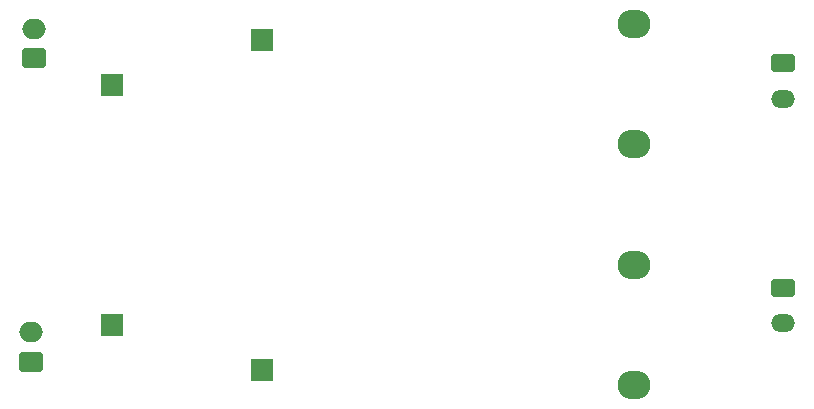
<source format=gbr>
%TF.GenerationSoftware,KiCad,Pcbnew,7.0.11-rc3*%
%TF.CreationDate,2025-03-16T23:29:25+08:00*%
%TF.ProjectId,miniAIR,6d696e69-4149-4522-9e6b-696361645f70,rev?*%
%TF.SameCoordinates,Original*%
%TF.FileFunction,Copper,L2,Bot*%
%TF.FilePolarity,Positive*%
%FSLAX46Y46*%
G04 Gerber Fmt 4.6, Leading zero omitted, Abs format (unit mm)*
G04 Created by KiCad (PCBNEW 7.0.11-rc3) date 2025-03-16 23:29:25*
%MOMM*%
%LPD*%
G01*
G04 APERTURE LIST*
G04 Aperture macros list*
%AMRoundRect*
0 Rectangle with rounded corners*
0 $1 Rounding radius*
0 $2 $3 $4 $5 $6 $7 $8 $9 X,Y pos of 4 corners*
0 Add a 4 corners polygon primitive as box body*
4,1,4,$2,$3,$4,$5,$6,$7,$8,$9,$2,$3,0*
0 Add four circle primitives for the rounded corners*
1,1,$1+$1,$2,$3*
1,1,$1+$1,$4,$5*
1,1,$1+$1,$6,$7*
1,1,$1+$1,$8,$9*
0 Add four rect primitives between the rounded corners*
20,1,$1+$1,$2,$3,$4,$5,0*
20,1,$1+$1,$4,$5,$6,$7,0*
20,1,$1+$1,$6,$7,$8,$9,0*
20,1,$1+$1,$8,$9,$2,$3,0*%
G04 Aperture macros list end*
%TA.AperFunction,ComponentPad*%
%ADD10RoundRect,0.250000X0.750000X-0.600000X0.750000X0.600000X-0.750000X0.600000X-0.750000X-0.600000X0*%
%TD*%
%TA.AperFunction,ComponentPad*%
%ADD11O,2.000000X1.700000*%
%TD*%
%TA.AperFunction,ComponentPad*%
%ADD12O,2.800000X2.400000*%
%TD*%
%TA.AperFunction,ComponentPad*%
%ADD13RoundRect,0.250001X-0.759999X0.499999X-0.759999X-0.499999X0.759999X-0.499999X0.759999X0.499999X0*%
%TD*%
%TA.AperFunction,ComponentPad*%
%ADD14O,2.020000X1.500000*%
%TD*%
%TA.AperFunction,ComponentPad*%
%ADD15R,1.900000X1.900000*%
%TD*%
G04 APERTURE END LIST*
D10*
%TO.P,J1,1,Pin_1*%
%TO.N,GND*%
X117325000Y-98250000D03*
D11*
%TO.P,J1,2,Pin_2*%
%TO.N,Net-(D2-A)*%
X117325000Y-95750000D03*
%TD*%
D12*
%TO.P,U2,1*%
%TO.N,Net-(J3-Pin_1)*%
X168400000Y-100230000D03*
%TO.P,U2,2*%
%TO.N,Net-(U1-Pad1)*%
X168400000Y-90070000D03*
%TD*%
D13*
%TO.P,J2,1,Pin_1*%
%TO.N,Net-(J2-Pin_1)*%
X181000000Y-73000000D03*
D14*
%TO.P,J2,2,Pin_2*%
X181000000Y-76000000D03*
%TD*%
D10*
%TO.P,J4,1,Pin_1*%
%TO.N,GND*%
X117575000Y-72550000D03*
D11*
%TO.P,J4,2,Pin_2*%
%TO.N,+24V*%
X117575000Y-70050000D03*
%TD*%
D15*
%TO.P,K1,13*%
%TO.N,Net-(K1-Pad13)*%
X136900000Y-98970000D03*
%TO.P,K1,14*%
%TO.N,Net-(J2-Pin_1)*%
X136900000Y-71030000D03*
%TO.P,K1,A1*%
%TO.N,+24V*%
X124200000Y-74850000D03*
%TO.P,K1,A2*%
%TO.N,Net-(D1-A)*%
X124200000Y-95150000D03*
%TD*%
D13*
%TO.P,J3,1,Pin_1*%
%TO.N,Net-(J3-Pin_1)*%
X181000000Y-92000000D03*
D14*
%TO.P,J3,2,Pin_2*%
X181000000Y-95000000D03*
%TD*%
D12*
%TO.P,U1,1*%
%TO.N,Net-(U1-Pad1)*%
X168400000Y-79830000D03*
%TO.P,U1,2*%
%TO.N,Net-(K1-Pad13)*%
X168400000Y-69670000D03*
%TD*%
M02*

</source>
